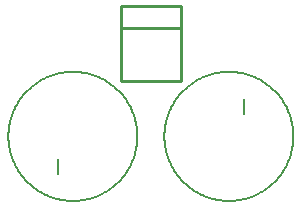
<source format=gto>
G75*
%MOIN*%
%OFA0B0*%
%FSLAX25Y25*%
%IPPOS*%
%LPD*%
%AMOC8*
5,1,8,0,0,1.08239X$1,22.5*
%
%ADD10C,0.00800*%
%ADD11C,0.01000*%
D10*
X0044800Y0020675D02*
X0044800Y0025675D01*
X0028300Y0033175D02*
X0028306Y0033703D01*
X0028326Y0034230D01*
X0028358Y0034757D01*
X0028404Y0035282D01*
X0028462Y0035807D01*
X0028533Y0036330D01*
X0028617Y0036851D01*
X0028713Y0037369D01*
X0028822Y0037886D01*
X0028944Y0038399D01*
X0029079Y0038909D01*
X0029226Y0039416D01*
X0029385Y0039919D01*
X0029557Y0040418D01*
X0029741Y0040913D01*
X0029937Y0041403D01*
X0030144Y0041888D01*
X0030364Y0042367D01*
X0030596Y0042842D01*
X0030839Y0043310D01*
X0031093Y0043772D01*
X0031359Y0044228D01*
X0031636Y0044677D01*
X0031923Y0045120D01*
X0032222Y0045555D01*
X0032531Y0045983D01*
X0032851Y0046402D01*
X0033180Y0046814D01*
X0033520Y0047218D01*
X0033870Y0047614D01*
X0034229Y0048000D01*
X0034597Y0048378D01*
X0034975Y0048746D01*
X0035361Y0049105D01*
X0035757Y0049455D01*
X0036161Y0049795D01*
X0036573Y0050124D01*
X0036992Y0050444D01*
X0037420Y0050753D01*
X0037855Y0051052D01*
X0038298Y0051339D01*
X0038747Y0051616D01*
X0039203Y0051882D01*
X0039665Y0052136D01*
X0040133Y0052379D01*
X0040608Y0052611D01*
X0041087Y0052831D01*
X0041572Y0053038D01*
X0042062Y0053234D01*
X0042557Y0053418D01*
X0043056Y0053590D01*
X0043559Y0053749D01*
X0044066Y0053896D01*
X0044576Y0054031D01*
X0045089Y0054153D01*
X0045606Y0054262D01*
X0046124Y0054358D01*
X0046645Y0054442D01*
X0047168Y0054513D01*
X0047693Y0054571D01*
X0048218Y0054617D01*
X0048745Y0054649D01*
X0049272Y0054669D01*
X0049800Y0054675D01*
X0050328Y0054669D01*
X0050855Y0054649D01*
X0051382Y0054617D01*
X0051907Y0054571D01*
X0052432Y0054513D01*
X0052955Y0054442D01*
X0053476Y0054358D01*
X0053994Y0054262D01*
X0054511Y0054153D01*
X0055024Y0054031D01*
X0055534Y0053896D01*
X0056041Y0053749D01*
X0056544Y0053590D01*
X0057043Y0053418D01*
X0057538Y0053234D01*
X0058028Y0053038D01*
X0058513Y0052831D01*
X0058992Y0052611D01*
X0059467Y0052379D01*
X0059935Y0052136D01*
X0060397Y0051882D01*
X0060853Y0051616D01*
X0061302Y0051339D01*
X0061745Y0051052D01*
X0062180Y0050753D01*
X0062608Y0050444D01*
X0063027Y0050124D01*
X0063439Y0049795D01*
X0063843Y0049455D01*
X0064239Y0049105D01*
X0064625Y0048746D01*
X0065003Y0048378D01*
X0065371Y0048000D01*
X0065730Y0047614D01*
X0066080Y0047218D01*
X0066420Y0046814D01*
X0066749Y0046402D01*
X0067069Y0045983D01*
X0067378Y0045555D01*
X0067677Y0045120D01*
X0067964Y0044677D01*
X0068241Y0044228D01*
X0068507Y0043772D01*
X0068761Y0043310D01*
X0069004Y0042842D01*
X0069236Y0042367D01*
X0069456Y0041888D01*
X0069663Y0041403D01*
X0069859Y0040913D01*
X0070043Y0040418D01*
X0070215Y0039919D01*
X0070374Y0039416D01*
X0070521Y0038909D01*
X0070656Y0038399D01*
X0070778Y0037886D01*
X0070887Y0037369D01*
X0070983Y0036851D01*
X0071067Y0036330D01*
X0071138Y0035807D01*
X0071196Y0035282D01*
X0071242Y0034757D01*
X0071274Y0034230D01*
X0071294Y0033703D01*
X0071300Y0033175D01*
X0071294Y0032647D01*
X0071274Y0032120D01*
X0071242Y0031593D01*
X0071196Y0031068D01*
X0071138Y0030543D01*
X0071067Y0030020D01*
X0070983Y0029499D01*
X0070887Y0028981D01*
X0070778Y0028464D01*
X0070656Y0027951D01*
X0070521Y0027441D01*
X0070374Y0026934D01*
X0070215Y0026431D01*
X0070043Y0025932D01*
X0069859Y0025437D01*
X0069663Y0024947D01*
X0069456Y0024462D01*
X0069236Y0023983D01*
X0069004Y0023508D01*
X0068761Y0023040D01*
X0068507Y0022578D01*
X0068241Y0022122D01*
X0067964Y0021673D01*
X0067677Y0021230D01*
X0067378Y0020795D01*
X0067069Y0020367D01*
X0066749Y0019948D01*
X0066420Y0019536D01*
X0066080Y0019132D01*
X0065730Y0018736D01*
X0065371Y0018350D01*
X0065003Y0017972D01*
X0064625Y0017604D01*
X0064239Y0017245D01*
X0063843Y0016895D01*
X0063439Y0016555D01*
X0063027Y0016226D01*
X0062608Y0015906D01*
X0062180Y0015597D01*
X0061745Y0015298D01*
X0061302Y0015011D01*
X0060853Y0014734D01*
X0060397Y0014468D01*
X0059935Y0014214D01*
X0059467Y0013971D01*
X0058992Y0013739D01*
X0058513Y0013519D01*
X0058028Y0013312D01*
X0057538Y0013116D01*
X0057043Y0012932D01*
X0056544Y0012760D01*
X0056041Y0012601D01*
X0055534Y0012454D01*
X0055024Y0012319D01*
X0054511Y0012197D01*
X0053994Y0012088D01*
X0053476Y0011992D01*
X0052955Y0011908D01*
X0052432Y0011837D01*
X0051907Y0011779D01*
X0051382Y0011733D01*
X0050855Y0011701D01*
X0050328Y0011681D01*
X0049800Y0011675D01*
X0049272Y0011681D01*
X0048745Y0011701D01*
X0048218Y0011733D01*
X0047693Y0011779D01*
X0047168Y0011837D01*
X0046645Y0011908D01*
X0046124Y0011992D01*
X0045606Y0012088D01*
X0045089Y0012197D01*
X0044576Y0012319D01*
X0044066Y0012454D01*
X0043559Y0012601D01*
X0043056Y0012760D01*
X0042557Y0012932D01*
X0042062Y0013116D01*
X0041572Y0013312D01*
X0041087Y0013519D01*
X0040608Y0013739D01*
X0040133Y0013971D01*
X0039665Y0014214D01*
X0039203Y0014468D01*
X0038747Y0014734D01*
X0038298Y0015011D01*
X0037855Y0015298D01*
X0037420Y0015597D01*
X0036992Y0015906D01*
X0036573Y0016226D01*
X0036161Y0016555D01*
X0035757Y0016895D01*
X0035361Y0017245D01*
X0034975Y0017604D01*
X0034597Y0017972D01*
X0034229Y0018350D01*
X0033870Y0018736D01*
X0033520Y0019132D01*
X0033180Y0019536D01*
X0032851Y0019948D01*
X0032531Y0020367D01*
X0032222Y0020795D01*
X0031923Y0021230D01*
X0031636Y0021673D01*
X0031359Y0022122D01*
X0031093Y0022578D01*
X0030839Y0023040D01*
X0030596Y0023508D01*
X0030364Y0023983D01*
X0030144Y0024462D01*
X0029937Y0024947D01*
X0029741Y0025437D01*
X0029557Y0025932D01*
X0029385Y0026431D01*
X0029226Y0026934D01*
X0029079Y0027441D01*
X0028944Y0027951D01*
X0028822Y0028464D01*
X0028713Y0028981D01*
X0028617Y0029499D01*
X0028533Y0030020D01*
X0028462Y0030543D01*
X0028404Y0031068D01*
X0028358Y0031593D01*
X0028326Y0032120D01*
X0028306Y0032647D01*
X0028300Y0033175D01*
X0080300Y0033175D02*
X0080306Y0033703D01*
X0080326Y0034230D01*
X0080358Y0034757D01*
X0080404Y0035282D01*
X0080462Y0035807D01*
X0080533Y0036330D01*
X0080617Y0036851D01*
X0080713Y0037369D01*
X0080822Y0037886D01*
X0080944Y0038399D01*
X0081079Y0038909D01*
X0081226Y0039416D01*
X0081385Y0039919D01*
X0081557Y0040418D01*
X0081741Y0040913D01*
X0081937Y0041403D01*
X0082144Y0041888D01*
X0082364Y0042367D01*
X0082596Y0042842D01*
X0082839Y0043310D01*
X0083093Y0043772D01*
X0083359Y0044228D01*
X0083636Y0044677D01*
X0083923Y0045120D01*
X0084222Y0045555D01*
X0084531Y0045983D01*
X0084851Y0046402D01*
X0085180Y0046814D01*
X0085520Y0047218D01*
X0085870Y0047614D01*
X0086229Y0048000D01*
X0086597Y0048378D01*
X0086975Y0048746D01*
X0087361Y0049105D01*
X0087757Y0049455D01*
X0088161Y0049795D01*
X0088573Y0050124D01*
X0088992Y0050444D01*
X0089420Y0050753D01*
X0089855Y0051052D01*
X0090298Y0051339D01*
X0090747Y0051616D01*
X0091203Y0051882D01*
X0091665Y0052136D01*
X0092133Y0052379D01*
X0092608Y0052611D01*
X0093087Y0052831D01*
X0093572Y0053038D01*
X0094062Y0053234D01*
X0094557Y0053418D01*
X0095056Y0053590D01*
X0095559Y0053749D01*
X0096066Y0053896D01*
X0096576Y0054031D01*
X0097089Y0054153D01*
X0097606Y0054262D01*
X0098124Y0054358D01*
X0098645Y0054442D01*
X0099168Y0054513D01*
X0099693Y0054571D01*
X0100218Y0054617D01*
X0100745Y0054649D01*
X0101272Y0054669D01*
X0101800Y0054675D01*
X0102328Y0054669D01*
X0102855Y0054649D01*
X0103382Y0054617D01*
X0103907Y0054571D01*
X0104432Y0054513D01*
X0104955Y0054442D01*
X0105476Y0054358D01*
X0105994Y0054262D01*
X0106511Y0054153D01*
X0107024Y0054031D01*
X0107534Y0053896D01*
X0108041Y0053749D01*
X0108544Y0053590D01*
X0109043Y0053418D01*
X0109538Y0053234D01*
X0110028Y0053038D01*
X0110513Y0052831D01*
X0110992Y0052611D01*
X0111467Y0052379D01*
X0111935Y0052136D01*
X0112397Y0051882D01*
X0112853Y0051616D01*
X0113302Y0051339D01*
X0113745Y0051052D01*
X0114180Y0050753D01*
X0114608Y0050444D01*
X0115027Y0050124D01*
X0115439Y0049795D01*
X0115843Y0049455D01*
X0116239Y0049105D01*
X0116625Y0048746D01*
X0117003Y0048378D01*
X0117371Y0048000D01*
X0117730Y0047614D01*
X0118080Y0047218D01*
X0118420Y0046814D01*
X0118749Y0046402D01*
X0119069Y0045983D01*
X0119378Y0045555D01*
X0119677Y0045120D01*
X0119964Y0044677D01*
X0120241Y0044228D01*
X0120507Y0043772D01*
X0120761Y0043310D01*
X0121004Y0042842D01*
X0121236Y0042367D01*
X0121456Y0041888D01*
X0121663Y0041403D01*
X0121859Y0040913D01*
X0122043Y0040418D01*
X0122215Y0039919D01*
X0122374Y0039416D01*
X0122521Y0038909D01*
X0122656Y0038399D01*
X0122778Y0037886D01*
X0122887Y0037369D01*
X0122983Y0036851D01*
X0123067Y0036330D01*
X0123138Y0035807D01*
X0123196Y0035282D01*
X0123242Y0034757D01*
X0123274Y0034230D01*
X0123294Y0033703D01*
X0123300Y0033175D01*
X0123294Y0032647D01*
X0123274Y0032120D01*
X0123242Y0031593D01*
X0123196Y0031068D01*
X0123138Y0030543D01*
X0123067Y0030020D01*
X0122983Y0029499D01*
X0122887Y0028981D01*
X0122778Y0028464D01*
X0122656Y0027951D01*
X0122521Y0027441D01*
X0122374Y0026934D01*
X0122215Y0026431D01*
X0122043Y0025932D01*
X0121859Y0025437D01*
X0121663Y0024947D01*
X0121456Y0024462D01*
X0121236Y0023983D01*
X0121004Y0023508D01*
X0120761Y0023040D01*
X0120507Y0022578D01*
X0120241Y0022122D01*
X0119964Y0021673D01*
X0119677Y0021230D01*
X0119378Y0020795D01*
X0119069Y0020367D01*
X0118749Y0019948D01*
X0118420Y0019536D01*
X0118080Y0019132D01*
X0117730Y0018736D01*
X0117371Y0018350D01*
X0117003Y0017972D01*
X0116625Y0017604D01*
X0116239Y0017245D01*
X0115843Y0016895D01*
X0115439Y0016555D01*
X0115027Y0016226D01*
X0114608Y0015906D01*
X0114180Y0015597D01*
X0113745Y0015298D01*
X0113302Y0015011D01*
X0112853Y0014734D01*
X0112397Y0014468D01*
X0111935Y0014214D01*
X0111467Y0013971D01*
X0110992Y0013739D01*
X0110513Y0013519D01*
X0110028Y0013312D01*
X0109538Y0013116D01*
X0109043Y0012932D01*
X0108544Y0012760D01*
X0108041Y0012601D01*
X0107534Y0012454D01*
X0107024Y0012319D01*
X0106511Y0012197D01*
X0105994Y0012088D01*
X0105476Y0011992D01*
X0104955Y0011908D01*
X0104432Y0011837D01*
X0103907Y0011779D01*
X0103382Y0011733D01*
X0102855Y0011701D01*
X0102328Y0011681D01*
X0101800Y0011675D01*
X0101272Y0011681D01*
X0100745Y0011701D01*
X0100218Y0011733D01*
X0099693Y0011779D01*
X0099168Y0011837D01*
X0098645Y0011908D01*
X0098124Y0011992D01*
X0097606Y0012088D01*
X0097089Y0012197D01*
X0096576Y0012319D01*
X0096066Y0012454D01*
X0095559Y0012601D01*
X0095056Y0012760D01*
X0094557Y0012932D01*
X0094062Y0013116D01*
X0093572Y0013312D01*
X0093087Y0013519D01*
X0092608Y0013739D01*
X0092133Y0013971D01*
X0091665Y0014214D01*
X0091203Y0014468D01*
X0090747Y0014734D01*
X0090298Y0015011D01*
X0089855Y0015298D01*
X0089420Y0015597D01*
X0088992Y0015906D01*
X0088573Y0016226D01*
X0088161Y0016555D01*
X0087757Y0016895D01*
X0087361Y0017245D01*
X0086975Y0017604D01*
X0086597Y0017972D01*
X0086229Y0018350D01*
X0085870Y0018736D01*
X0085520Y0019132D01*
X0085180Y0019536D01*
X0084851Y0019948D01*
X0084531Y0020367D01*
X0084222Y0020795D01*
X0083923Y0021230D01*
X0083636Y0021673D01*
X0083359Y0022122D01*
X0083093Y0022578D01*
X0082839Y0023040D01*
X0082596Y0023508D01*
X0082364Y0023983D01*
X0082144Y0024462D01*
X0081937Y0024947D01*
X0081741Y0025437D01*
X0081557Y0025932D01*
X0081385Y0026431D01*
X0081226Y0026934D01*
X0081079Y0027441D01*
X0080944Y0027951D01*
X0080822Y0028464D01*
X0080713Y0028981D01*
X0080617Y0029499D01*
X0080533Y0030020D01*
X0080462Y0030543D01*
X0080404Y0031068D01*
X0080358Y0031593D01*
X0080326Y0032120D01*
X0080306Y0032647D01*
X0080300Y0033175D01*
X0106800Y0040675D02*
X0106800Y0045675D01*
D11*
X0085800Y0051675D02*
X0065800Y0051675D01*
X0065800Y0069175D01*
X0085800Y0069175D01*
X0085800Y0051675D01*
X0085800Y0069175D02*
X0085800Y0076675D01*
X0065800Y0076675D01*
X0065800Y0069175D01*
M02*

</source>
